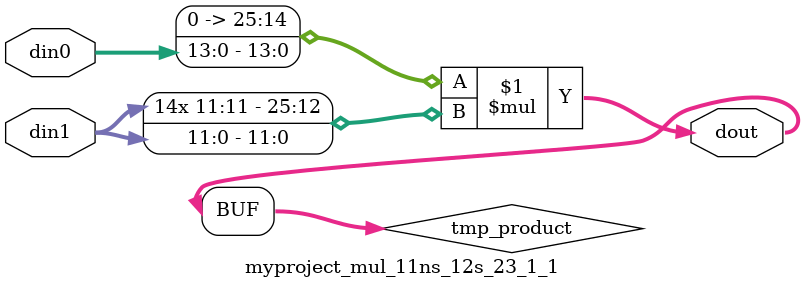
<source format=v>

`timescale 1 ns / 1 ps

 module myproject_mul_11ns_12s_23_1_1(din0, din1, dout);
parameter ID = 1;
parameter NUM_STAGE = 0;
parameter din0_WIDTH = 14;
parameter din1_WIDTH = 12;
parameter dout_WIDTH = 26;

input [din0_WIDTH - 1 : 0] din0; 
input [din1_WIDTH - 1 : 0] din1; 
output [dout_WIDTH - 1 : 0] dout;

wire signed [dout_WIDTH - 1 : 0] tmp_product;

























assign tmp_product = $signed({1'b0, din0}) * $signed(din1);










assign dout = tmp_product;





















endmodule

</source>
